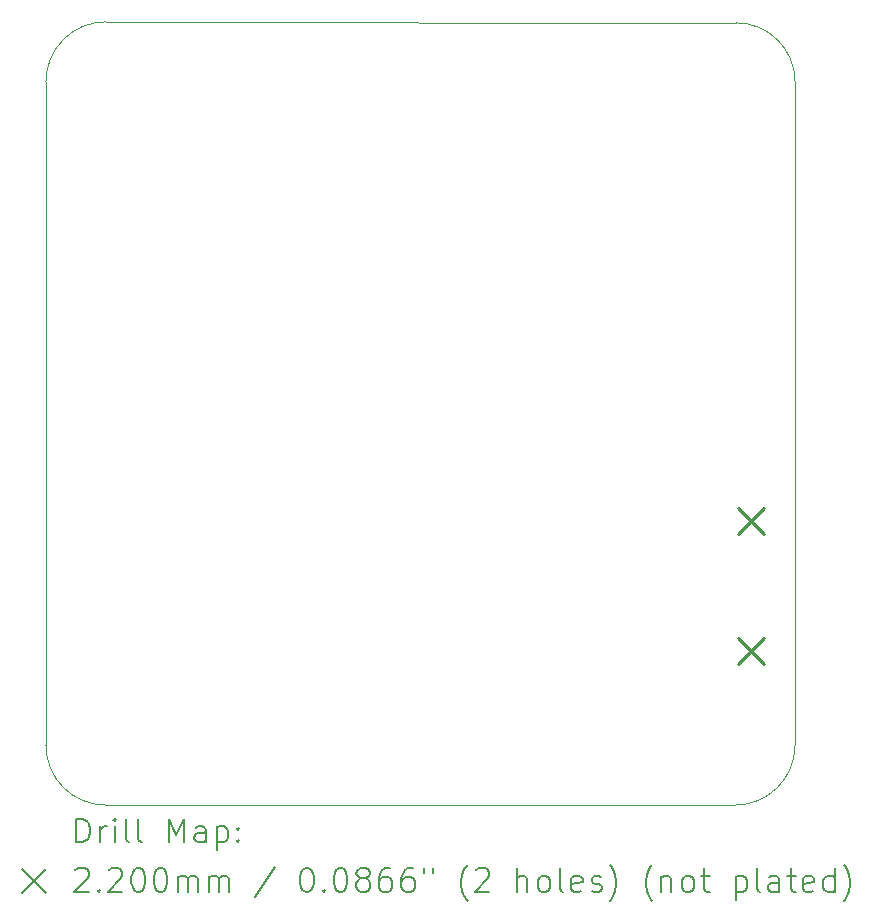
<source format=gbr>
%TF.GenerationSoftware,KiCad,Pcbnew,8.0.6*%
%TF.CreationDate,2025-01-08T17:24:48-05:00*%
%TF.ProjectId,LTT,4c54542e-6b69-4636-9164-5f7063625858,rev?*%
%TF.SameCoordinates,Original*%
%TF.FileFunction,Drillmap*%
%TF.FilePolarity,Positive*%
%FSLAX45Y45*%
G04 Gerber Fmt 4.5, Leading zero omitted, Abs format (unit mm)*
G04 Created by KiCad (PCBNEW 8.0.6) date 2025-01-08 17:24:48*
%MOMM*%
%LPD*%
G01*
G04 APERTURE LIST*
%ADD10C,0.050000*%
%ADD11C,0.200000*%
%ADD12C,0.220000*%
G04 APERTURE END LIST*
D10*
X17519000Y-8100000D02*
X17519000Y-13716000D01*
X17019000Y-7600000D02*
G75*
G02*
X17519000Y-8100000I0J-500000D01*
G01*
X11176000Y-13716000D02*
X11176000Y-8100000D01*
X11176000Y-8100000D02*
G75*
G02*
X11684000Y-7592000I508000J0D01*
G01*
X17011000Y-14224000D02*
X11684000Y-14224000D01*
X11684000Y-14224000D02*
G75*
G02*
X11176000Y-13716000I0J508000D01*
G01*
X17519000Y-13716000D02*
G75*
G02*
X17011000Y-14224000I-508000J0D01*
G01*
X17019000Y-7600000D02*
X11684000Y-7592000D01*
D11*
D12*
X17040000Y-11710000D02*
X17260000Y-11930000D01*
X17260000Y-11710000D02*
X17040000Y-11930000D01*
X17040000Y-12810000D02*
X17260000Y-13030000D01*
X17260000Y-12810000D02*
X17040000Y-13030000D01*
D11*
X11434277Y-14537984D02*
X11434277Y-14337984D01*
X11434277Y-14337984D02*
X11481896Y-14337984D01*
X11481896Y-14337984D02*
X11510467Y-14347508D01*
X11510467Y-14347508D02*
X11529515Y-14366555D01*
X11529515Y-14366555D02*
X11539039Y-14385603D01*
X11539039Y-14385603D02*
X11548562Y-14423698D01*
X11548562Y-14423698D02*
X11548562Y-14452269D01*
X11548562Y-14452269D02*
X11539039Y-14490365D01*
X11539039Y-14490365D02*
X11529515Y-14509412D01*
X11529515Y-14509412D02*
X11510467Y-14528460D01*
X11510467Y-14528460D02*
X11481896Y-14537984D01*
X11481896Y-14537984D02*
X11434277Y-14537984D01*
X11634277Y-14537984D02*
X11634277Y-14404650D01*
X11634277Y-14442746D02*
X11643801Y-14423698D01*
X11643801Y-14423698D02*
X11653324Y-14414174D01*
X11653324Y-14414174D02*
X11672372Y-14404650D01*
X11672372Y-14404650D02*
X11691420Y-14404650D01*
X11758086Y-14537984D02*
X11758086Y-14404650D01*
X11758086Y-14337984D02*
X11748562Y-14347508D01*
X11748562Y-14347508D02*
X11758086Y-14357031D01*
X11758086Y-14357031D02*
X11767610Y-14347508D01*
X11767610Y-14347508D02*
X11758086Y-14337984D01*
X11758086Y-14337984D02*
X11758086Y-14357031D01*
X11881896Y-14537984D02*
X11862848Y-14528460D01*
X11862848Y-14528460D02*
X11853324Y-14509412D01*
X11853324Y-14509412D02*
X11853324Y-14337984D01*
X11986658Y-14537984D02*
X11967610Y-14528460D01*
X11967610Y-14528460D02*
X11958086Y-14509412D01*
X11958086Y-14509412D02*
X11958086Y-14337984D01*
X12215229Y-14537984D02*
X12215229Y-14337984D01*
X12215229Y-14337984D02*
X12281896Y-14480841D01*
X12281896Y-14480841D02*
X12348562Y-14337984D01*
X12348562Y-14337984D02*
X12348562Y-14537984D01*
X12529515Y-14537984D02*
X12529515Y-14433222D01*
X12529515Y-14433222D02*
X12519991Y-14414174D01*
X12519991Y-14414174D02*
X12500943Y-14404650D01*
X12500943Y-14404650D02*
X12462848Y-14404650D01*
X12462848Y-14404650D02*
X12443801Y-14414174D01*
X12529515Y-14528460D02*
X12510467Y-14537984D01*
X12510467Y-14537984D02*
X12462848Y-14537984D01*
X12462848Y-14537984D02*
X12443801Y-14528460D01*
X12443801Y-14528460D02*
X12434277Y-14509412D01*
X12434277Y-14509412D02*
X12434277Y-14490365D01*
X12434277Y-14490365D02*
X12443801Y-14471317D01*
X12443801Y-14471317D02*
X12462848Y-14461793D01*
X12462848Y-14461793D02*
X12510467Y-14461793D01*
X12510467Y-14461793D02*
X12529515Y-14452269D01*
X12624753Y-14404650D02*
X12624753Y-14604650D01*
X12624753Y-14414174D02*
X12643801Y-14404650D01*
X12643801Y-14404650D02*
X12681896Y-14404650D01*
X12681896Y-14404650D02*
X12700943Y-14414174D01*
X12700943Y-14414174D02*
X12710467Y-14423698D01*
X12710467Y-14423698D02*
X12719991Y-14442746D01*
X12719991Y-14442746D02*
X12719991Y-14499888D01*
X12719991Y-14499888D02*
X12710467Y-14518936D01*
X12710467Y-14518936D02*
X12700943Y-14528460D01*
X12700943Y-14528460D02*
X12681896Y-14537984D01*
X12681896Y-14537984D02*
X12643801Y-14537984D01*
X12643801Y-14537984D02*
X12624753Y-14528460D01*
X12805705Y-14518936D02*
X12815229Y-14528460D01*
X12815229Y-14528460D02*
X12805705Y-14537984D01*
X12805705Y-14537984D02*
X12796182Y-14528460D01*
X12796182Y-14528460D02*
X12805705Y-14518936D01*
X12805705Y-14518936D02*
X12805705Y-14537984D01*
X12805705Y-14414174D02*
X12815229Y-14423698D01*
X12815229Y-14423698D02*
X12805705Y-14433222D01*
X12805705Y-14433222D02*
X12796182Y-14423698D01*
X12796182Y-14423698D02*
X12805705Y-14414174D01*
X12805705Y-14414174D02*
X12805705Y-14433222D01*
X10973500Y-14766500D02*
X11173500Y-14966500D01*
X11173500Y-14766500D02*
X10973500Y-14966500D01*
X11424753Y-14777031D02*
X11434277Y-14767508D01*
X11434277Y-14767508D02*
X11453324Y-14757984D01*
X11453324Y-14757984D02*
X11500943Y-14757984D01*
X11500943Y-14757984D02*
X11519991Y-14767508D01*
X11519991Y-14767508D02*
X11529515Y-14777031D01*
X11529515Y-14777031D02*
X11539039Y-14796079D01*
X11539039Y-14796079D02*
X11539039Y-14815127D01*
X11539039Y-14815127D02*
X11529515Y-14843698D01*
X11529515Y-14843698D02*
X11415229Y-14957984D01*
X11415229Y-14957984D02*
X11539039Y-14957984D01*
X11624753Y-14938936D02*
X11634277Y-14948460D01*
X11634277Y-14948460D02*
X11624753Y-14957984D01*
X11624753Y-14957984D02*
X11615229Y-14948460D01*
X11615229Y-14948460D02*
X11624753Y-14938936D01*
X11624753Y-14938936D02*
X11624753Y-14957984D01*
X11710467Y-14777031D02*
X11719991Y-14767508D01*
X11719991Y-14767508D02*
X11739039Y-14757984D01*
X11739039Y-14757984D02*
X11786658Y-14757984D01*
X11786658Y-14757984D02*
X11805705Y-14767508D01*
X11805705Y-14767508D02*
X11815229Y-14777031D01*
X11815229Y-14777031D02*
X11824753Y-14796079D01*
X11824753Y-14796079D02*
X11824753Y-14815127D01*
X11824753Y-14815127D02*
X11815229Y-14843698D01*
X11815229Y-14843698D02*
X11700943Y-14957984D01*
X11700943Y-14957984D02*
X11824753Y-14957984D01*
X11948562Y-14757984D02*
X11967610Y-14757984D01*
X11967610Y-14757984D02*
X11986658Y-14767508D01*
X11986658Y-14767508D02*
X11996182Y-14777031D01*
X11996182Y-14777031D02*
X12005705Y-14796079D01*
X12005705Y-14796079D02*
X12015229Y-14834174D01*
X12015229Y-14834174D02*
X12015229Y-14881793D01*
X12015229Y-14881793D02*
X12005705Y-14919888D01*
X12005705Y-14919888D02*
X11996182Y-14938936D01*
X11996182Y-14938936D02*
X11986658Y-14948460D01*
X11986658Y-14948460D02*
X11967610Y-14957984D01*
X11967610Y-14957984D02*
X11948562Y-14957984D01*
X11948562Y-14957984D02*
X11929515Y-14948460D01*
X11929515Y-14948460D02*
X11919991Y-14938936D01*
X11919991Y-14938936D02*
X11910467Y-14919888D01*
X11910467Y-14919888D02*
X11900943Y-14881793D01*
X11900943Y-14881793D02*
X11900943Y-14834174D01*
X11900943Y-14834174D02*
X11910467Y-14796079D01*
X11910467Y-14796079D02*
X11919991Y-14777031D01*
X11919991Y-14777031D02*
X11929515Y-14767508D01*
X11929515Y-14767508D02*
X11948562Y-14757984D01*
X12139039Y-14757984D02*
X12158086Y-14757984D01*
X12158086Y-14757984D02*
X12177134Y-14767508D01*
X12177134Y-14767508D02*
X12186658Y-14777031D01*
X12186658Y-14777031D02*
X12196182Y-14796079D01*
X12196182Y-14796079D02*
X12205705Y-14834174D01*
X12205705Y-14834174D02*
X12205705Y-14881793D01*
X12205705Y-14881793D02*
X12196182Y-14919888D01*
X12196182Y-14919888D02*
X12186658Y-14938936D01*
X12186658Y-14938936D02*
X12177134Y-14948460D01*
X12177134Y-14948460D02*
X12158086Y-14957984D01*
X12158086Y-14957984D02*
X12139039Y-14957984D01*
X12139039Y-14957984D02*
X12119991Y-14948460D01*
X12119991Y-14948460D02*
X12110467Y-14938936D01*
X12110467Y-14938936D02*
X12100943Y-14919888D01*
X12100943Y-14919888D02*
X12091420Y-14881793D01*
X12091420Y-14881793D02*
X12091420Y-14834174D01*
X12091420Y-14834174D02*
X12100943Y-14796079D01*
X12100943Y-14796079D02*
X12110467Y-14777031D01*
X12110467Y-14777031D02*
X12119991Y-14767508D01*
X12119991Y-14767508D02*
X12139039Y-14757984D01*
X12291420Y-14957984D02*
X12291420Y-14824650D01*
X12291420Y-14843698D02*
X12300943Y-14834174D01*
X12300943Y-14834174D02*
X12319991Y-14824650D01*
X12319991Y-14824650D02*
X12348563Y-14824650D01*
X12348563Y-14824650D02*
X12367610Y-14834174D01*
X12367610Y-14834174D02*
X12377134Y-14853222D01*
X12377134Y-14853222D02*
X12377134Y-14957984D01*
X12377134Y-14853222D02*
X12386658Y-14834174D01*
X12386658Y-14834174D02*
X12405705Y-14824650D01*
X12405705Y-14824650D02*
X12434277Y-14824650D01*
X12434277Y-14824650D02*
X12453324Y-14834174D01*
X12453324Y-14834174D02*
X12462848Y-14853222D01*
X12462848Y-14853222D02*
X12462848Y-14957984D01*
X12558086Y-14957984D02*
X12558086Y-14824650D01*
X12558086Y-14843698D02*
X12567610Y-14834174D01*
X12567610Y-14834174D02*
X12586658Y-14824650D01*
X12586658Y-14824650D02*
X12615229Y-14824650D01*
X12615229Y-14824650D02*
X12634277Y-14834174D01*
X12634277Y-14834174D02*
X12643801Y-14853222D01*
X12643801Y-14853222D02*
X12643801Y-14957984D01*
X12643801Y-14853222D02*
X12653324Y-14834174D01*
X12653324Y-14834174D02*
X12672372Y-14824650D01*
X12672372Y-14824650D02*
X12700943Y-14824650D01*
X12700943Y-14824650D02*
X12719991Y-14834174D01*
X12719991Y-14834174D02*
X12729515Y-14853222D01*
X12729515Y-14853222D02*
X12729515Y-14957984D01*
X13119991Y-14748460D02*
X12948563Y-15005603D01*
X13377134Y-14757984D02*
X13396182Y-14757984D01*
X13396182Y-14757984D02*
X13415229Y-14767508D01*
X13415229Y-14767508D02*
X13424753Y-14777031D01*
X13424753Y-14777031D02*
X13434277Y-14796079D01*
X13434277Y-14796079D02*
X13443801Y-14834174D01*
X13443801Y-14834174D02*
X13443801Y-14881793D01*
X13443801Y-14881793D02*
X13434277Y-14919888D01*
X13434277Y-14919888D02*
X13424753Y-14938936D01*
X13424753Y-14938936D02*
X13415229Y-14948460D01*
X13415229Y-14948460D02*
X13396182Y-14957984D01*
X13396182Y-14957984D02*
X13377134Y-14957984D01*
X13377134Y-14957984D02*
X13358086Y-14948460D01*
X13358086Y-14948460D02*
X13348563Y-14938936D01*
X13348563Y-14938936D02*
X13339039Y-14919888D01*
X13339039Y-14919888D02*
X13329515Y-14881793D01*
X13329515Y-14881793D02*
X13329515Y-14834174D01*
X13329515Y-14834174D02*
X13339039Y-14796079D01*
X13339039Y-14796079D02*
X13348563Y-14777031D01*
X13348563Y-14777031D02*
X13358086Y-14767508D01*
X13358086Y-14767508D02*
X13377134Y-14757984D01*
X13529515Y-14938936D02*
X13539039Y-14948460D01*
X13539039Y-14948460D02*
X13529515Y-14957984D01*
X13529515Y-14957984D02*
X13519991Y-14948460D01*
X13519991Y-14948460D02*
X13529515Y-14938936D01*
X13529515Y-14938936D02*
X13529515Y-14957984D01*
X13662848Y-14757984D02*
X13681896Y-14757984D01*
X13681896Y-14757984D02*
X13700944Y-14767508D01*
X13700944Y-14767508D02*
X13710467Y-14777031D01*
X13710467Y-14777031D02*
X13719991Y-14796079D01*
X13719991Y-14796079D02*
X13729515Y-14834174D01*
X13729515Y-14834174D02*
X13729515Y-14881793D01*
X13729515Y-14881793D02*
X13719991Y-14919888D01*
X13719991Y-14919888D02*
X13710467Y-14938936D01*
X13710467Y-14938936D02*
X13700944Y-14948460D01*
X13700944Y-14948460D02*
X13681896Y-14957984D01*
X13681896Y-14957984D02*
X13662848Y-14957984D01*
X13662848Y-14957984D02*
X13643801Y-14948460D01*
X13643801Y-14948460D02*
X13634277Y-14938936D01*
X13634277Y-14938936D02*
X13624753Y-14919888D01*
X13624753Y-14919888D02*
X13615229Y-14881793D01*
X13615229Y-14881793D02*
X13615229Y-14834174D01*
X13615229Y-14834174D02*
X13624753Y-14796079D01*
X13624753Y-14796079D02*
X13634277Y-14777031D01*
X13634277Y-14777031D02*
X13643801Y-14767508D01*
X13643801Y-14767508D02*
X13662848Y-14757984D01*
X13843801Y-14843698D02*
X13824753Y-14834174D01*
X13824753Y-14834174D02*
X13815229Y-14824650D01*
X13815229Y-14824650D02*
X13805706Y-14805603D01*
X13805706Y-14805603D02*
X13805706Y-14796079D01*
X13805706Y-14796079D02*
X13815229Y-14777031D01*
X13815229Y-14777031D02*
X13824753Y-14767508D01*
X13824753Y-14767508D02*
X13843801Y-14757984D01*
X13843801Y-14757984D02*
X13881896Y-14757984D01*
X13881896Y-14757984D02*
X13900944Y-14767508D01*
X13900944Y-14767508D02*
X13910467Y-14777031D01*
X13910467Y-14777031D02*
X13919991Y-14796079D01*
X13919991Y-14796079D02*
X13919991Y-14805603D01*
X13919991Y-14805603D02*
X13910467Y-14824650D01*
X13910467Y-14824650D02*
X13900944Y-14834174D01*
X13900944Y-14834174D02*
X13881896Y-14843698D01*
X13881896Y-14843698D02*
X13843801Y-14843698D01*
X13843801Y-14843698D02*
X13824753Y-14853222D01*
X13824753Y-14853222D02*
X13815229Y-14862746D01*
X13815229Y-14862746D02*
X13805706Y-14881793D01*
X13805706Y-14881793D02*
X13805706Y-14919888D01*
X13805706Y-14919888D02*
X13815229Y-14938936D01*
X13815229Y-14938936D02*
X13824753Y-14948460D01*
X13824753Y-14948460D02*
X13843801Y-14957984D01*
X13843801Y-14957984D02*
X13881896Y-14957984D01*
X13881896Y-14957984D02*
X13900944Y-14948460D01*
X13900944Y-14948460D02*
X13910467Y-14938936D01*
X13910467Y-14938936D02*
X13919991Y-14919888D01*
X13919991Y-14919888D02*
X13919991Y-14881793D01*
X13919991Y-14881793D02*
X13910467Y-14862746D01*
X13910467Y-14862746D02*
X13900944Y-14853222D01*
X13900944Y-14853222D02*
X13881896Y-14843698D01*
X14091420Y-14757984D02*
X14053325Y-14757984D01*
X14053325Y-14757984D02*
X14034277Y-14767508D01*
X14034277Y-14767508D02*
X14024753Y-14777031D01*
X14024753Y-14777031D02*
X14005706Y-14805603D01*
X14005706Y-14805603D02*
X13996182Y-14843698D01*
X13996182Y-14843698D02*
X13996182Y-14919888D01*
X13996182Y-14919888D02*
X14005706Y-14938936D01*
X14005706Y-14938936D02*
X14015229Y-14948460D01*
X14015229Y-14948460D02*
X14034277Y-14957984D01*
X14034277Y-14957984D02*
X14072372Y-14957984D01*
X14072372Y-14957984D02*
X14091420Y-14948460D01*
X14091420Y-14948460D02*
X14100944Y-14938936D01*
X14100944Y-14938936D02*
X14110467Y-14919888D01*
X14110467Y-14919888D02*
X14110467Y-14872269D01*
X14110467Y-14872269D02*
X14100944Y-14853222D01*
X14100944Y-14853222D02*
X14091420Y-14843698D01*
X14091420Y-14843698D02*
X14072372Y-14834174D01*
X14072372Y-14834174D02*
X14034277Y-14834174D01*
X14034277Y-14834174D02*
X14015229Y-14843698D01*
X14015229Y-14843698D02*
X14005706Y-14853222D01*
X14005706Y-14853222D02*
X13996182Y-14872269D01*
X14281896Y-14757984D02*
X14243801Y-14757984D01*
X14243801Y-14757984D02*
X14224753Y-14767508D01*
X14224753Y-14767508D02*
X14215229Y-14777031D01*
X14215229Y-14777031D02*
X14196182Y-14805603D01*
X14196182Y-14805603D02*
X14186658Y-14843698D01*
X14186658Y-14843698D02*
X14186658Y-14919888D01*
X14186658Y-14919888D02*
X14196182Y-14938936D01*
X14196182Y-14938936D02*
X14205706Y-14948460D01*
X14205706Y-14948460D02*
X14224753Y-14957984D01*
X14224753Y-14957984D02*
X14262848Y-14957984D01*
X14262848Y-14957984D02*
X14281896Y-14948460D01*
X14281896Y-14948460D02*
X14291420Y-14938936D01*
X14291420Y-14938936D02*
X14300944Y-14919888D01*
X14300944Y-14919888D02*
X14300944Y-14872269D01*
X14300944Y-14872269D02*
X14291420Y-14853222D01*
X14291420Y-14853222D02*
X14281896Y-14843698D01*
X14281896Y-14843698D02*
X14262848Y-14834174D01*
X14262848Y-14834174D02*
X14224753Y-14834174D01*
X14224753Y-14834174D02*
X14205706Y-14843698D01*
X14205706Y-14843698D02*
X14196182Y-14853222D01*
X14196182Y-14853222D02*
X14186658Y-14872269D01*
X14377134Y-14757984D02*
X14377134Y-14796079D01*
X14453325Y-14757984D02*
X14453325Y-14796079D01*
X14748563Y-15034174D02*
X14739039Y-15024650D01*
X14739039Y-15024650D02*
X14719991Y-14996079D01*
X14719991Y-14996079D02*
X14710468Y-14977031D01*
X14710468Y-14977031D02*
X14700944Y-14948460D01*
X14700944Y-14948460D02*
X14691420Y-14900841D01*
X14691420Y-14900841D02*
X14691420Y-14862746D01*
X14691420Y-14862746D02*
X14700944Y-14815127D01*
X14700944Y-14815127D02*
X14710468Y-14786555D01*
X14710468Y-14786555D02*
X14719991Y-14767508D01*
X14719991Y-14767508D02*
X14739039Y-14738936D01*
X14739039Y-14738936D02*
X14748563Y-14729412D01*
X14815229Y-14777031D02*
X14824753Y-14767508D01*
X14824753Y-14767508D02*
X14843801Y-14757984D01*
X14843801Y-14757984D02*
X14891420Y-14757984D01*
X14891420Y-14757984D02*
X14910468Y-14767508D01*
X14910468Y-14767508D02*
X14919991Y-14777031D01*
X14919991Y-14777031D02*
X14929515Y-14796079D01*
X14929515Y-14796079D02*
X14929515Y-14815127D01*
X14929515Y-14815127D02*
X14919991Y-14843698D01*
X14919991Y-14843698D02*
X14805706Y-14957984D01*
X14805706Y-14957984D02*
X14929515Y-14957984D01*
X15167610Y-14957984D02*
X15167610Y-14757984D01*
X15253325Y-14957984D02*
X15253325Y-14853222D01*
X15253325Y-14853222D02*
X15243801Y-14834174D01*
X15243801Y-14834174D02*
X15224753Y-14824650D01*
X15224753Y-14824650D02*
X15196182Y-14824650D01*
X15196182Y-14824650D02*
X15177134Y-14834174D01*
X15177134Y-14834174D02*
X15167610Y-14843698D01*
X15377134Y-14957984D02*
X15358087Y-14948460D01*
X15358087Y-14948460D02*
X15348563Y-14938936D01*
X15348563Y-14938936D02*
X15339039Y-14919888D01*
X15339039Y-14919888D02*
X15339039Y-14862746D01*
X15339039Y-14862746D02*
X15348563Y-14843698D01*
X15348563Y-14843698D02*
X15358087Y-14834174D01*
X15358087Y-14834174D02*
X15377134Y-14824650D01*
X15377134Y-14824650D02*
X15405706Y-14824650D01*
X15405706Y-14824650D02*
X15424753Y-14834174D01*
X15424753Y-14834174D02*
X15434277Y-14843698D01*
X15434277Y-14843698D02*
X15443801Y-14862746D01*
X15443801Y-14862746D02*
X15443801Y-14919888D01*
X15443801Y-14919888D02*
X15434277Y-14938936D01*
X15434277Y-14938936D02*
X15424753Y-14948460D01*
X15424753Y-14948460D02*
X15405706Y-14957984D01*
X15405706Y-14957984D02*
X15377134Y-14957984D01*
X15558087Y-14957984D02*
X15539039Y-14948460D01*
X15539039Y-14948460D02*
X15529515Y-14929412D01*
X15529515Y-14929412D02*
X15529515Y-14757984D01*
X15710468Y-14948460D02*
X15691420Y-14957984D01*
X15691420Y-14957984D02*
X15653325Y-14957984D01*
X15653325Y-14957984D02*
X15634277Y-14948460D01*
X15634277Y-14948460D02*
X15624753Y-14929412D01*
X15624753Y-14929412D02*
X15624753Y-14853222D01*
X15624753Y-14853222D02*
X15634277Y-14834174D01*
X15634277Y-14834174D02*
X15653325Y-14824650D01*
X15653325Y-14824650D02*
X15691420Y-14824650D01*
X15691420Y-14824650D02*
X15710468Y-14834174D01*
X15710468Y-14834174D02*
X15719991Y-14853222D01*
X15719991Y-14853222D02*
X15719991Y-14872269D01*
X15719991Y-14872269D02*
X15624753Y-14891317D01*
X15796182Y-14948460D02*
X15815230Y-14957984D01*
X15815230Y-14957984D02*
X15853325Y-14957984D01*
X15853325Y-14957984D02*
X15872372Y-14948460D01*
X15872372Y-14948460D02*
X15881896Y-14929412D01*
X15881896Y-14929412D02*
X15881896Y-14919888D01*
X15881896Y-14919888D02*
X15872372Y-14900841D01*
X15872372Y-14900841D02*
X15853325Y-14891317D01*
X15853325Y-14891317D02*
X15824753Y-14891317D01*
X15824753Y-14891317D02*
X15805706Y-14881793D01*
X15805706Y-14881793D02*
X15796182Y-14862746D01*
X15796182Y-14862746D02*
X15796182Y-14853222D01*
X15796182Y-14853222D02*
X15805706Y-14834174D01*
X15805706Y-14834174D02*
X15824753Y-14824650D01*
X15824753Y-14824650D02*
X15853325Y-14824650D01*
X15853325Y-14824650D02*
X15872372Y-14834174D01*
X15948563Y-15034174D02*
X15958087Y-15024650D01*
X15958087Y-15024650D02*
X15977134Y-14996079D01*
X15977134Y-14996079D02*
X15986658Y-14977031D01*
X15986658Y-14977031D02*
X15996182Y-14948460D01*
X15996182Y-14948460D02*
X16005706Y-14900841D01*
X16005706Y-14900841D02*
X16005706Y-14862746D01*
X16005706Y-14862746D02*
X15996182Y-14815127D01*
X15996182Y-14815127D02*
X15986658Y-14786555D01*
X15986658Y-14786555D02*
X15977134Y-14767508D01*
X15977134Y-14767508D02*
X15958087Y-14738936D01*
X15958087Y-14738936D02*
X15948563Y-14729412D01*
X16310468Y-15034174D02*
X16300944Y-15024650D01*
X16300944Y-15024650D02*
X16281896Y-14996079D01*
X16281896Y-14996079D02*
X16272372Y-14977031D01*
X16272372Y-14977031D02*
X16262849Y-14948460D01*
X16262849Y-14948460D02*
X16253325Y-14900841D01*
X16253325Y-14900841D02*
X16253325Y-14862746D01*
X16253325Y-14862746D02*
X16262849Y-14815127D01*
X16262849Y-14815127D02*
X16272372Y-14786555D01*
X16272372Y-14786555D02*
X16281896Y-14767508D01*
X16281896Y-14767508D02*
X16300944Y-14738936D01*
X16300944Y-14738936D02*
X16310468Y-14729412D01*
X16386658Y-14824650D02*
X16386658Y-14957984D01*
X16386658Y-14843698D02*
X16396182Y-14834174D01*
X16396182Y-14834174D02*
X16415230Y-14824650D01*
X16415230Y-14824650D02*
X16443801Y-14824650D01*
X16443801Y-14824650D02*
X16462849Y-14834174D01*
X16462849Y-14834174D02*
X16472372Y-14853222D01*
X16472372Y-14853222D02*
X16472372Y-14957984D01*
X16596182Y-14957984D02*
X16577134Y-14948460D01*
X16577134Y-14948460D02*
X16567611Y-14938936D01*
X16567611Y-14938936D02*
X16558087Y-14919888D01*
X16558087Y-14919888D02*
X16558087Y-14862746D01*
X16558087Y-14862746D02*
X16567611Y-14843698D01*
X16567611Y-14843698D02*
X16577134Y-14834174D01*
X16577134Y-14834174D02*
X16596182Y-14824650D01*
X16596182Y-14824650D02*
X16624753Y-14824650D01*
X16624753Y-14824650D02*
X16643801Y-14834174D01*
X16643801Y-14834174D02*
X16653325Y-14843698D01*
X16653325Y-14843698D02*
X16662849Y-14862746D01*
X16662849Y-14862746D02*
X16662849Y-14919888D01*
X16662849Y-14919888D02*
X16653325Y-14938936D01*
X16653325Y-14938936D02*
X16643801Y-14948460D01*
X16643801Y-14948460D02*
X16624753Y-14957984D01*
X16624753Y-14957984D02*
X16596182Y-14957984D01*
X16719992Y-14824650D02*
X16796182Y-14824650D01*
X16748563Y-14757984D02*
X16748563Y-14929412D01*
X16748563Y-14929412D02*
X16758087Y-14948460D01*
X16758087Y-14948460D02*
X16777134Y-14957984D01*
X16777134Y-14957984D02*
X16796182Y-14957984D01*
X17015230Y-14824650D02*
X17015230Y-15024650D01*
X17015230Y-14834174D02*
X17034277Y-14824650D01*
X17034277Y-14824650D02*
X17072373Y-14824650D01*
X17072373Y-14824650D02*
X17091420Y-14834174D01*
X17091420Y-14834174D02*
X17100944Y-14843698D01*
X17100944Y-14843698D02*
X17110468Y-14862746D01*
X17110468Y-14862746D02*
X17110468Y-14919888D01*
X17110468Y-14919888D02*
X17100944Y-14938936D01*
X17100944Y-14938936D02*
X17091420Y-14948460D01*
X17091420Y-14948460D02*
X17072373Y-14957984D01*
X17072373Y-14957984D02*
X17034277Y-14957984D01*
X17034277Y-14957984D02*
X17015230Y-14948460D01*
X17224754Y-14957984D02*
X17205706Y-14948460D01*
X17205706Y-14948460D02*
X17196182Y-14929412D01*
X17196182Y-14929412D02*
X17196182Y-14757984D01*
X17386658Y-14957984D02*
X17386658Y-14853222D01*
X17386658Y-14853222D02*
X17377135Y-14834174D01*
X17377135Y-14834174D02*
X17358087Y-14824650D01*
X17358087Y-14824650D02*
X17319992Y-14824650D01*
X17319992Y-14824650D02*
X17300944Y-14834174D01*
X17386658Y-14948460D02*
X17367611Y-14957984D01*
X17367611Y-14957984D02*
X17319992Y-14957984D01*
X17319992Y-14957984D02*
X17300944Y-14948460D01*
X17300944Y-14948460D02*
X17291420Y-14929412D01*
X17291420Y-14929412D02*
X17291420Y-14910365D01*
X17291420Y-14910365D02*
X17300944Y-14891317D01*
X17300944Y-14891317D02*
X17319992Y-14881793D01*
X17319992Y-14881793D02*
X17367611Y-14881793D01*
X17367611Y-14881793D02*
X17386658Y-14872269D01*
X17453325Y-14824650D02*
X17529515Y-14824650D01*
X17481896Y-14757984D02*
X17481896Y-14929412D01*
X17481896Y-14929412D02*
X17491420Y-14948460D01*
X17491420Y-14948460D02*
X17510468Y-14957984D01*
X17510468Y-14957984D02*
X17529515Y-14957984D01*
X17672373Y-14948460D02*
X17653325Y-14957984D01*
X17653325Y-14957984D02*
X17615230Y-14957984D01*
X17615230Y-14957984D02*
X17596182Y-14948460D01*
X17596182Y-14948460D02*
X17586658Y-14929412D01*
X17586658Y-14929412D02*
X17586658Y-14853222D01*
X17586658Y-14853222D02*
X17596182Y-14834174D01*
X17596182Y-14834174D02*
X17615230Y-14824650D01*
X17615230Y-14824650D02*
X17653325Y-14824650D01*
X17653325Y-14824650D02*
X17672373Y-14834174D01*
X17672373Y-14834174D02*
X17681896Y-14853222D01*
X17681896Y-14853222D02*
X17681896Y-14872269D01*
X17681896Y-14872269D02*
X17586658Y-14891317D01*
X17853325Y-14957984D02*
X17853325Y-14757984D01*
X17853325Y-14948460D02*
X17834277Y-14957984D01*
X17834277Y-14957984D02*
X17796182Y-14957984D01*
X17796182Y-14957984D02*
X17777135Y-14948460D01*
X17777135Y-14948460D02*
X17767611Y-14938936D01*
X17767611Y-14938936D02*
X17758087Y-14919888D01*
X17758087Y-14919888D02*
X17758087Y-14862746D01*
X17758087Y-14862746D02*
X17767611Y-14843698D01*
X17767611Y-14843698D02*
X17777135Y-14834174D01*
X17777135Y-14834174D02*
X17796182Y-14824650D01*
X17796182Y-14824650D02*
X17834277Y-14824650D01*
X17834277Y-14824650D02*
X17853325Y-14834174D01*
X17929516Y-15034174D02*
X17939039Y-15024650D01*
X17939039Y-15024650D02*
X17958087Y-14996079D01*
X17958087Y-14996079D02*
X17967611Y-14977031D01*
X17967611Y-14977031D02*
X17977135Y-14948460D01*
X17977135Y-14948460D02*
X17986658Y-14900841D01*
X17986658Y-14900841D02*
X17986658Y-14862746D01*
X17986658Y-14862746D02*
X17977135Y-14815127D01*
X17977135Y-14815127D02*
X17967611Y-14786555D01*
X17967611Y-14786555D02*
X17958087Y-14767508D01*
X17958087Y-14767508D02*
X17939039Y-14738936D01*
X17939039Y-14738936D02*
X17929516Y-14729412D01*
M02*

</source>
